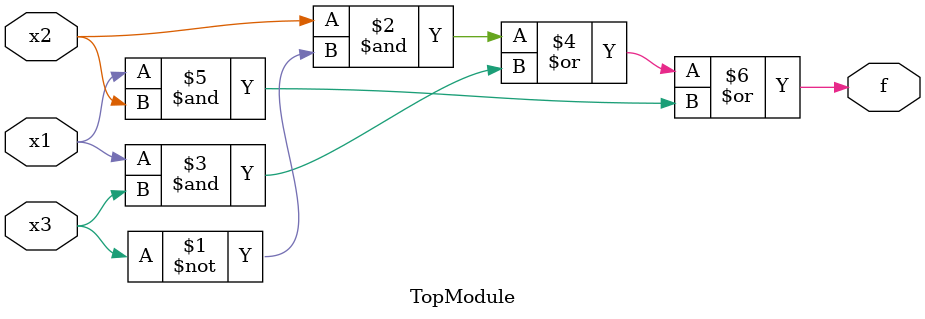
<source format=sv>
module TopModule (
    input logic x3,
    input logic x2,
    input logic x1,
    output logic f
);
    assign f = (x2 & ~x3) | (x1 & x3) | (x1 & x2);
endmodule
</source>
